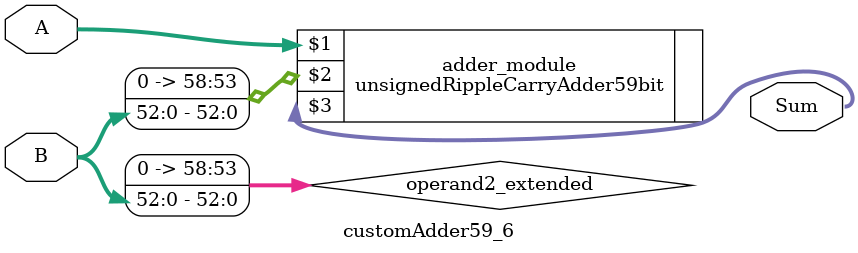
<source format=v>
module customAdder59_6(
                        input [58 : 0] A,
                        input [52 : 0] B,
                        
                        output [59 : 0] Sum
                );

        wire [58 : 0] operand2_extended;
        
        assign operand2_extended =  {6'b0, B};
        
        unsignedRippleCarryAdder59bit adder_module(
            A,
            operand2_extended,
            Sum
        );
        
        endmodule
        
</source>
